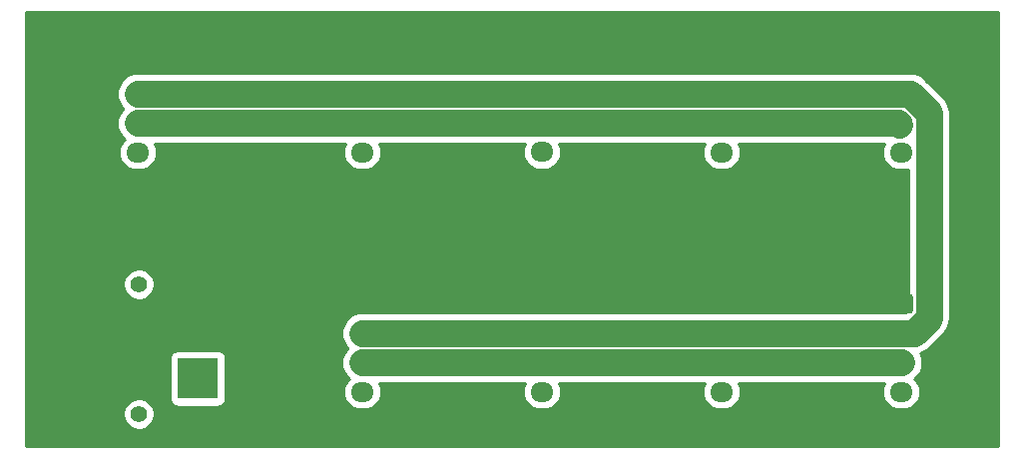
<source format=gbr>
%TF.GenerationSoftware,KiCad,Pcbnew,(5.1.9)-1*%
%TF.CreationDate,2021-07-19T11:43:35+01:00*%
%TF.ProjectId,3S-parallel-board,33532d70-6172-4616-9c6c-656c2d626f61,rev?*%
%TF.SameCoordinates,Original*%
%TF.FileFunction,Copper,L1,Top*%
%TF.FilePolarity,Positive*%
%FSLAX46Y46*%
G04 Gerber Fmt 4.6, Leading zero omitted, Abs format (unit mm)*
G04 Created by KiCad (PCBNEW (5.1.9)-1) date 2021-07-19 11:43:35*
%MOMM*%
%LPD*%
G01*
G04 APERTURE LIST*
%TA.AperFunction,ComponentPad*%
%ADD10C,3.500000*%
%TD*%
%TA.AperFunction,ComponentPad*%
%ADD11R,3.500000X3.500000*%
%TD*%
%TA.AperFunction,ComponentPad*%
%ADD12C,1.400000*%
%TD*%
%TA.AperFunction,ComponentPad*%
%ADD13O,1.950000X1.700000*%
%TD*%
%TA.AperFunction,Conductor*%
%ADD14C,2.300000*%
%TD*%
%TA.AperFunction,Conductor*%
%ADD15C,0.254000*%
%TD*%
%TA.AperFunction,Conductor*%
%ADD16C,0.100000*%
%TD*%
G04 APERTURE END LIST*
D10*
%TO.P,J9,2*%
%TO.N,VCC*%
X91440000Y-120730000D03*
D11*
%TO.P,J9,1*%
%TO.N,GND*%
X91440000Y-125730000D03*
D12*
%TO.P,J9,*%
%TO.N,*%
X86440000Y-117730000D03*
X86440000Y-128730000D03*
%TD*%
D13*
%TO.P,J10,4*%
%TO.N,GND*%
X86360000Y-106560000D03*
%TO.P,J10,3*%
%TO.N,Net-(J1-Pad3)*%
X86360000Y-104060000D03*
%TO.P,J10,2*%
%TO.N,Net-(J1-Pad2)*%
X86360000Y-101560000D03*
%TO.P,J10,1*%
%TO.N,VCC*%
%TA.AperFunction,ComponentPad*%
G36*
G01*
X85635000Y-98210000D02*
X87085000Y-98210000D01*
G75*
G02*
X87335000Y-98460000I0J-250000D01*
G01*
X87335000Y-99660000D01*
G75*
G02*
X87085000Y-99910000I-250000J0D01*
G01*
X85635000Y-99910000D01*
G75*
G02*
X85385000Y-99660000I0J250000D01*
G01*
X85385000Y-98460000D01*
G75*
G02*
X85635000Y-98210000I250000J0D01*
G01*
G37*
%TD.AperFunction*%
%TD*%
%TO.P,J8,4*%
%TO.N,GND*%
X151130000Y-126880000D03*
%TO.P,J8,3*%
%TO.N,Net-(J1-Pad3)*%
X151130000Y-124380000D03*
%TO.P,J8,2*%
%TO.N,Net-(J1-Pad2)*%
X151130000Y-121880000D03*
%TO.P,J8,1*%
%TO.N,VCC*%
%TA.AperFunction,ComponentPad*%
G36*
G01*
X150405000Y-118530000D02*
X151855000Y-118530000D01*
G75*
G02*
X152105000Y-118780000I0J-250000D01*
G01*
X152105000Y-119980000D01*
G75*
G02*
X151855000Y-120230000I-250000J0D01*
G01*
X150405000Y-120230000D01*
G75*
G02*
X150155000Y-119980000I0J250000D01*
G01*
X150155000Y-118780000D01*
G75*
G02*
X150405000Y-118530000I250000J0D01*
G01*
G37*
%TD.AperFunction*%
%TD*%
%TO.P,J7,4*%
%TO.N,GND*%
X135890000Y-126880000D03*
%TO.P,J7,3*%
%TO.N,Net-(J1-Pad3)*%
X135890000Y-124380000D03*
%TO.P,J7,2*%
%TO.N,Net-(J1-Pad2)*%
X135890000Y-121880000D03*
%TO.P,J7,1*%
%TO.N,VCC*%
%TA.AperFunction,ComponentPad*%
G36*
G01*
X135165000Y-118530000D02*
X136615000Y-118530000D01*
G75*
G02*
X136865000Y-118780000I0J-250000D01*
G01*
X136865000Y-119980000D01*
G75*
G02*
X136615000Y-120230000I-250000J0D01*
G01*
X135165000Y-120230000D01*
G75*
G02*
X134915000Y-119980000I0J250000D01*
G01*
X134915000Y-118780000D01*
G75*
G02*
X135165000Y-118530000I250000J0D01*
G01*
G37*
%TD.AperFunction*%
%TD*%
%TO.P,J6,4*%
%TO.N,GND*%
X120650000Y-126880000D03*
%TO.P,J6,3*%
%TO.N,Net-(J1-Pad3)*%
X120650000Y-124380000D03*
%TO.P,J6,2*%
%TO.N,Net-(J1-Pad2)*%
X120650000Y-121880000D03*
%TO.P,J6,1*%
%TO.N,VCC*%
%TA.AperFunction,ComponentPad*%
G36*
G01*
X119925000Y-118530000D02*
X121375000Y-118530000D01*
G75*
G02*
X121625000Y-118780000I0J-250000D01*
G01*
X121625000Y-119980000D01*
G75*
G02*
X121375000Y-120230000I-250000J0D01*
G01*
X119925000Y-120230000D01*
G75*
G02*
X119675000Y-119980000I0J250000D01*
G01*
X119675000Y-118780000D01*
G75*
G02*
X119925000Y-118530000I250000J0D01*
G01*
G37*
%TD.AperFunction*%
%TD*%
%TO.P,J5,4*%
%TO.N,GND*%
X105410000Y-126880000D03*
%TO.P,J5,3*%
%TO.N,Net-(J1-Pad3)*%
X105410000Y-124380000D03*
%TO.P,J5,2*%
%TO.N,Net-(J1-Pad2)*%
X105410000Y-121880000D03*
%TO.P,J5,1*%
%TO.N,VCC*%
%TA.AperFunction,ComponentPad*%
G36*
G01*
X104685000Y-118530000D02*
X106135000Y-118530000D01*
G75*
G02*
X106385000Y-118780000I0J-250000D01*
G01*
X106385000Y-119980000D01*
G75*
G02*
X106135000Y-120230000I-250000J0D01*
G01*
X104685000Y-120230000D01*
G75*
G02*
X104435000Y-119980000I0J250000D01*
G01*
X104435000Y-118780000D01*
G75*
G02*
X104685000Y-118530000I250000J0D01*
G01*
G37*
%TD.AperFunction*%
%TD*%
%TO.P,J4,4*%
%TO.N,GND*%
X151130000Y-106560000D03*
%TO.P,J4,3*%
%TO.N,Net-(J1-Pad3)*%
X151130000Y-104060000D03*
%TO.P,J4,2*%
%TO.N,Net-(J1-Pad2)*%
X151130000Y-101560000D03*
%TO.P,J4,1*%
%TO.N,VCC*%
%TA.AperFunction,ComponentPad*%
G36*
G01*
X150405000Y-98210000D02*
X151855000Y-98210000D01*
G75*
G02*
X152105000Y-98460000I0J-250000D01*
G01*
X152105000Y-99660000D01*
G75*
G02*
X151855000Y-99910000I-250000J0D01*
G01*
X150405000Y-99910000D01*
G75*
G02*
X150155000Y-99660000I0J250000D01*
G01*
X150155000Y-98460000D01*
G75*
G02*
X150405000Y-98210000I250000J0D01*
G01*
G37*
%TD.AperFunction*%
%TD*%
%TO.P,J3,4*%
%TO.N,GND*%
X135890000Y-106560000D03*
%TO.P,J3,3*%
%TO.N,Net-(J1-Pad3)*%
X135890000Y-104060000D03*
%TO.P,J3,2*%
%TO.N,Net-(J1-Pad2)*%
X135890000Y-101560000D03*
%TO.P,J3,1*%
%TO.N,VCC*%
%TA.AperFunction,ComponentPad*%
G36*
G01*
X135165000Y-98210000D02*
X136615000Y-98210000D01*
G75*
G02*
X136865000Y-98460000I0J-250000D01*
G01*
X136865000Y-99660000D01*
G75*
G02*
X136615000Y-99910000I-250000J0D01*
G01*
X135165000Y-99910000D01*
G75*
G02*
X134915000Y-99660000I0J250000D01*
G01*
X134915000Y-98460000D01*
G75*
G02*
X135165000Y-98210000I250000J0D01*
G01*
G37*
%TD.AperFunction*%
%TD*%
%TO.P,J2,4*%
%TO.N,GND*%
X120650000Y-106520000D03*
%TO.P,J2,3*%
%TO.N,Net-(J1-Pad3)*%
X120650000Y-104020000D03*
%TO.P,J2,2*%
%TO.N,Net-(J1-Pad2)*%
X120650000Y-101520000D03*
%TO.P,J2,1*%
%TO.N,VCC*%
%TA.AperFunction,ComponentPad*%
G36*
G01*
X119925000Y-98170000D02*
X121375000Y-98170000D01*
G75*
G02*
X121625000Y-98420000I0J-250000D01*
G01*
X121625000Y-99620000D01*
G75*
G02*
X121375000Y-99870000I-250000J0D01*
G01*
X119925000Y-99870000D01*
G75*
G02*
X119675000Y-99620000I0J250000D01*
G01*
X119675000Y-98420000D01*
G75*
G02*
X119925000Y-98170000I250000J0D01*
G01*
G37*
%TD.AperFunction*%
%TD*%
%TO.P,J1,4*%
%TO.N,GND*%
X105410000Y-106560000D03*
%TO.P,J1,3*%
%TO.N,Net-(J1-Pad3)*%
X105410000Y-104060000D03*
%TO.P,J1,2*%
%TO.N,Net-(J1-Pad2)*%
X105410000Y-101560000D03*
%TO.P,J1,1*%
%TO.N,VCC*%
%TA.AperFunction,ComponentPad*%
G36*
G01*
X104685000Y-98210000D02*
X106135000Y-98210000D01*
G75*
G02*
X106385000Y-98460000I0J-250000D01*
G01*
X106385000Y-99660000D01*
G75*
G02*
X106135000Y-99910000I-250000J0D01*
G01*
X104685000Y-99910000D01*
G75*
G02*
X104435000Y-99660000I0J250000D01*
G01*
X104435000Y-98460000D01*
G75*
G02*
X104685000Y-98210000I250000J0D01*
G01*
G37*
%TD.AperFunction*%
%TD*%
D14*
%TO.N,Net-(J1-Pad2)*%
X86360000Y-101560000D02*
X151130000Y-101560000D01*
X152217758Y-121880000D02*
X151130000Y-121880000D01*
X153455010Y-120642748D02*
X152217758Y-121880000D01*
X153455010Y-103148727D02*
X153455010Y-120642748D01*
X151866283Y-101560000D02*
X153455010Y-103148727D01*
X151130000Y-101560000D02*
X151866283Y-101560000D01*
X151130000Y-121880000D02*
X105410000Y-121880000D01*
%TO.N,Net-(J1-Pad3)*%
X150830735Y-104060000D02*
X150955000Y-104184265D01*
X86360000Y-104060000D02*
X150830735Y-104060000D01*
X151130000Y-124380000D02*
X105410000Y-124380000D01*
%TD*%
D15*
%TO.N,VCC*%
X159360001Y-131420000D02*
X76860000Y-131420000D01*
X76860000Y-128598514D01*
X85105000Y-128598514D01*
X85105000Y-128861486D01*
X85156304Y-129119405D01*
X85256939Y-129362359D01*
X85403038Y-129581013D01*
X85588987Y-129766962D01*
X85807641Y-129913061D01*
X86050595Y-130013696D01*
X86308514Y-130065000D01*
X86571486Y-130065000D01*
X86829405Y-130013696D01*
X87072359Y-129913061D01*
X87291013Y-129766962D01*
X87476962Y-129581013D01*
X87623061Y-129362359D01*
X87723696Y-129119405D01*
X87775000Y-128861486D01*
X87775000Y-128598514D01*
X87723696Y-128340595D01*
X87623061Y-128097641D01*
X87476962Y-127878987D01*
X87291013Y-127693038D01*
X87072359Y-127546939D01*
X86829405Y-127446304D01*
X86571486Y-127395000D01*
X86308514Y-127395000D01*
X86050595Y-127446304D01*
X85807641Y-127546939D01*
X85588987Y-127693038D01*
X85403038Y-127878987D01*
X85256939Y-128097641D01*
X85156304Y-128340595D01*
X85105000Y-128598514D01*
X76860000Y-128598514D01*
X76860000Y-123980000D01*
X89051928Y-123980000D01*
X89051928Y-127480000D01*
X89064188Y-127604482D01*
X89100498Y-127724180D01*
X89159463Y-127834494D01*
X89238815Y-127931185D01*
X89335506Y-128010537D01*
X89445820Y-128069502D01*
X89565518Y-128105812D01*
X89690000Y-128118072D01*
X93190000Y-128118072D01*
X93314482Y-128105812D01*
X93434180Y-128069502D01*
X93544494Y-128010537D01*
X93641185Y-127931185D01*
X93720537Y-127834494D01*
X93779502Y-127724180D01*
X93815812Y-127604482D01*
X93828072Y-127480000D01*
X93828072Y-123980000D01*
X93815812Y-123855518D01*
X93779502Y-123735820D01*
X93720537Y-123625506D01*
X93641185Y-123528815D01*
X93544494Y-123449463D01*
X93434180Y-123390498D01*
X93314482Y-123354188D01*
X93190000Y-123341928D01*
X89690000Y-123341928D01*
X89565518Y-123354188D01*
X89445820Y-123390498D01*
X89335506Y-123449463D01*
X89238815Y-123528815D01*
X89159463Y-123625506D01*
X89100498Y-123735820D01*
X89064188Y-123855518D01*
X89051928Y-123980000D01*
X76860000Y-123980000D01*
X76860000Y-117598514D01*
X85105000Y-117598514D01*
X85105000Y-117861486D01*
X85156304Y-118119405D01*
X85256939Y-118362359D01*
X85403038Y-118581013D01*
X85588987Y-118766962D01*
X85807641Y-118913061D01*
X86050595Y-119013696D01*
X86308514Y-119065000D01*
X86571486Y-119065000D01*
X86829405Y-119013696D01*
X87072359Y-118913061D01*
X87291013Y-118766962D01*
X87476962Y-118581013D01*
X87623061Y-118362359D01*
X87723696Y-118119405D01*
X87775000Y-117861486D01*
X87775000Y-117598514D01*
X87723696Y-117340595D01*
X87623061Y-117097641D01*
X87476962Y-116878987D01*
X87291013Y-116693038D01*
X87072359Y-116546939D01*
X86829405Y-116446304D01*
X86571486Y-116395000D01*
X86308514Y-116395000D01*
X86050595Y-116446304D01*
X85807641Y-116546939D01*
X85588987Y-116693038D01*
X85403038Y-116878987D01*
X85256939Y-117097641D01*
X85156304Y-117340595D01*
X85105000Y-117598514D01*
X76860000Y-117598514D01*
X76860000Y-101560000D01*
X84566364Y-101560000D01*
X84600828Y-101909921D01*
X84702896Y-102246395D01*
X84868646Y-102556491D01*
X85076696Y-102810000D01*
X84868646Y-103063509D01*
X84702896Y-103373605D01*
X84600828Y-103710079D01*
X84566364Y-104060000D01*
X84600828Y-104409921D01*
X84702896Y-104746395D01*
X84868646Y-105056491D01*
X85091708Y-105328292D01*
X85243365Y-105452754D01*
X85179866Y-105504866D01*
X84994294Y-105730986D01*
X84856401Y-105988966D01*
X84771487Y-106268889D01*
X84742815Y-106560000D01*
X84771487Y-106851111D01*
X84856401Y-107131034D01*
X84994294Y-107389014D01*
X85179866Y-107615134D01*
X85405986Y-107800706D01*
X85663966Y-107938599D01*
X85943889Y-108023513D01*
X86162050Y-108045000D01*
X86557950Y-108045000D01*
X86776111Y-108023513D01*
X87056034Y-107938599D01*
X87314014Y-107800706D01*
X87540134Y-107615134D01*
X87725706Y-107389014D01*
X87863599Y-107131034D01*
X87948513Y-106851111D01*
X87977185Y-106560000D01*
X87948513Y-106268889D01*
X87863599Y-105988966D01*
X87786648Y-105845000D01*
X103983352Y-105845000D01*
X103906401Y-105988966D01*
X103821487Y-106268889D01*
X103792815Y-106560000D01*
X103821487Y-106851111D01*
X103906401Y-107131034D01*
X104044294Y-107389014D01*
X104229866Y-107615134D01*
X104455986Y-107800706D01*
X104713966Y-107938599D01*
X104993889Y-108023513D01*
X105212050Y-108045000D01*
X105607950Y-108045000D01*
X105826111Y-108023513D01*
X106106034Y-107938599D01*
X106364014Y-107800706D01*
X106590134Y-107615134D01*
X106775706Y-107389014D01*
X106913599Y-107131034D01*
X106998513Y-106851111D01*
X107027185Y-106560000D01*
X106998513Y-106268889D01*
X106913599Y-105988966D01*
X106836648Y-105845000D01*
X119201972Y-105845000D01*
X119146401Y-105948966D01*
X119061487Y-106228889D01*
X119032815Y-106520000D01*
X119061487Y-106811111D01*
X119146401Y-107091034D01*
X119284294Y-107349014D01*
X119469866Y-107575134D01*
X119695986Y-107760706D01*
X119953966Y-107898599D01*
X120233889Y-107983513D01*
X120452050Y-108005000D01*
X120847950Y-108005000D01*
X121066111Y-107983513D01*
X121346034Y-107898599D01*
X121604014Y-107760706D01*
X121830134Y-107575134D01*
X122015706Y-107349014D01*
X122153599Y-107091034D01*
X122238513Y-106811111D01*
X122267185Y-106520000D01*
X122238513Y-106228889D01*
X122153599Y-105948966D01*
X122098028Y-105845000D01*
X134463352Y-105845000D01*
X134386401Y-105988966D01*
X134301487Y-106268889D01*
X134272815Y-106560000D01*
X134301487Y-106851111D01*
X134386401Y-107131034D01*
X134524294Y-107389014D01*
X134709866Y-107615134D01*
X134935986Y-107800706D01*
X135193966Y-107938599D01*
X135473889Y-108023513D01*
X135692050Y-108045000D01*
X136087950Y-108045000D01*
X136306111Y-108023513D01*
X136586034Y-107938599D01*
X136844014Y-107800706D01*
X137070134Y-107615134D01*
X137255706Y-107389014D01*
X137393599Y-107131034D01*
X137478513Y-106851111D01*
X137507185Y-106560000D01*
X137478513Y-106268889D01*
X137393599Y-105988966D01*
X137316648Y-105845000D01*
X149703352Y-105845000D01*
X149626401Y-105988966D01*
X149541487Y-106268889D01*
X149512815Y-106560000D01*
X149541487Y-106851111D01*
X149626401Y-107131034D01*
X149764294Y-107389014D01*
X149949866Y-107615134D01*
X150175986Y-107800706D01*
X150433966Y-107938599D01*
X150713889Y-108023513D01*
X150932050Y-108045000D01*
X151327950Y-108045000D01*
X151546111Y-108023513D01*
X151670010Y-107985928D01*
X151670011Y-119903376D01*
X151478387Y-120095000D01*
X105322317Y-120095000D01*
X105060079Y-120120828D01*
X104723605Y-120222896D01*
X104413509Y-120388646D01*
X104141708Y-120611708D01*
X103918646Y-120883509D01*
X103752896Y-121193605D01*
X103650828Y-121530079D01*
X103616364Y-121880000D01*
X103650828Y-122229921D01*
X103752896Y-122566395D01*
X103918646Y-122876491D01*
X104126696Y-123130000D01*
X103918646Y-123383509D01*
X103752896Y-123693605D01*
X103650828Y-124030079D01*
X103616364Y-124380000D01*
X103650828Y-124729921D01*
X103752896Y-125066395D01*
X103918646Y-125376491D01*
X104141708Y-125648292D01*
X104293365Y-125772754D01*
X104229866Y-125824866D01*
X104044294Y-126050986D01*
X103906401Y-126308966D01*
X103821487Y-126588889D01*
X103792815Y-126880000D01*
X103821487Y-127171111D01*
X103906401Y-127451034D01*
X104044294Y-127709014D01*
X104229866Y-127935134D01*
X104455986Y-128120706D01*
X104713966Y-128258599D01*
X104993889Y-128343513D01*
X105212050Y-128365000D01*
X105607950Y-128365000D01*
X105826111Y-128343513D01*
X106106034Y-128258599D01*
X106364014Y-128120706D01*
X106590134Y-127935134D01*
X106775706Y-127709014D01*
X106913599Y-127451034D01*
X106998513Y-127171111D01*
X107027185Y-126880000D01*
X106998513Y-126588889D01*
X106913599Y-126308966D01*
X106836648Y-126165000D01*
X119223352Y-126165000D01*
X119146401Y-126308966D01*
X119061487Y-126588889D01*
X119032815Y-126880000D01*
X119061487Y-127171111D01*
X119146401Y-127451034D01*
X119284294Y-127709014D01*
X119469866Y-127935134D01*
X119695986Y-128120706D01*
X119953966Y-128258599D01*
X120233889Y-128343513D01*
X120452050Y-128365000D01*
X120847950Y-128365000D01*
X121066111Y-128343513D01*
X121346034Y-128258599D01*
X121604014Y-128120706D01*
X121830134Y-127935134D01*
X122015706Y-127709014D01*
X122153599Y-127451034D01*
X122238513Y-127171111D01*
X122267185Y-126880000D01*
X122238513Y-126588889D01*
X122153599Y-126308966D01*
X122076648Y-126165000D01*
X134463352Y-126165000D01*
X134386401Y-126308966D01*
X134301487Y-126588889D01*
X134272815Y-126880000D01*
X134301487Y-127171111D01*
X134386401Y-127451034D01*
X134524294Y-127709014D01*
X134709866Y-127935134D01*
X134935986Y-128120706D01*
X135193966Y-128258599D01*
X135473889Y-128343513D01*
X135692050Y-128365000D01*
X136087950Y-128365000D01*
X136306111Y-128343513D01*
X136586034Y-128258599D01*
X136844014Y-128120706D01*
X137070134Y-127935134D01*
X137255706Y-127709014D01*
X137393599Y-127451034D01*
X137478513Y-127171111D01*
X137507185Y-126880000D01*
X137478513Y-126588889D01*
X137393599Y-126308966D01*
X137316648Y-126165000D01*
X149703352Y-126165000D01*
X149626401Y-126308966D01*
X149541487Y-126588889D01*
X149512815Y-126880000D01*
X149541487Y-127171111D01*
X149626401Y-127451034D01*
X149764294Y-127709014D01*
X149949866Y-127935134D01*
X150175986Y-128120706D01*
X150433966Y-128258599D01*
X150713889Y-128343513D01*
X150932050Y-128365000D01*
X151327950Y-128365000D01*
X151546111Y-128343513D01*
X151826034Y-128258599D01*
X152084014Y-128120706D01*
X152310134Y-127935134D01*
X152495706Y-127709014D01*
X152633599Y-127451034D01*
X152718513Y-127171111D01*
X152747185Y-126880000D01*
X152718513Y-126588889D01*
X152633599Y-126308966D01*
X152495706Y-126050986D01*
X152310134Y-125824866D01*
X152246635Y-125772754D01*
X152398292Y-125648292D01*
X152621354Y-125376491D01*
X152787104Y-125066395D01*
X152889172Y-124729921D01*
X152923636Y-124380000D01*
X152889172Y-124030079D01*
X152787104Y-123693605D01*
X152731454Y-123589492D01*
X152904153Y-123537104D01*
X153214249Y-123371354D01*
X153486050Y-123148292D01*
X153541949Y-123080180D01*
X154655199Y-121966931D01*
X154723302Y-121911040D01*
X154779192Y-121842938D01*
X154779197Y-121842933D01*
X154946364Y-121639239D01*
X155112114Y-121329143D01*
X155214182Y-120992669D01*
X155248646Y-120642748D01*
X155240010Y-120555065D01*
X155240010Y-103236399D01*
X155248645Y-103148726D01*
X155240010Y-103061053D01*
X155240010Y-103061044D01*
X155214182Y-102798806D01*
X155112114Y-102462332D01*
X154946364Y-102152236D01*
X154723302Y-101880435D01*
X154655195Y-101824541D01*
X153190474Y-100359821D01*
X153134575Y-100291708D01*
X152862774Y-100068646D01*
X152552678Y-99902896D01*
X152216204Y-99800828D01*
X151953966Y-99775000D01*
X151953958Y-99775000D01*
X151866283Y-99766365D01*
X151778608Y-99775000D01*
X86272317Y-99775000D01*
X86010079Y-99800828D01*
X85673605Y-99902896D01*
X85363509Y-100068646D01*
X85091708Y-100291708D01*
X84868646Y-100563509D01*
X84702896Y-100873605D01*
X84600828Y-101210079D01*
X84566364Y-101560000D01*
X76860000Y-101560000D01*
X76860000Y-94640000D01*
X159360000Y-94640000D01*
X159360001Y-131420000D01*
%TA.AperFunction,Conductor*%
D16*
G36*
X159360001Y-131420000D02*
G01*
X76860000Y-131420000D01*
X76860000Y-128598514D01*
X85105000Y-128598514D01*
X85105000Y-128861486D01*
X85156304Y-129119405D01*
X85256939Y-129362359D01*
X85403038Y-129581013D01*
X85588987Y-129766962D01*
X85807641Y-129913061D01*
X86050595Y-130013696D01*
X86308514Y-130065000D01*
X86571486Y-130065000D01*
X86829405Y-130013696D01*
X87072359Y-129913061D01*
X87291013Y-129766962D01*
X87476962Y-129581013D01*
X87623061Y-129362359D01*
X87723696Y-129119405D01*
X87775000Y-128861486D01*
X87775000Y-128598514D01*
X87723696Y-128340595D01*
X87623061Y-128097641D01*
X87476962Y-127878987D01*
X87291013Y-127693038D01*
X87072359Y-127546939D01*
X86829405Y-127446304D01*
X86571486Y-127395000D01*
X86308514Y-127395000D01*
X86050595Y-127446304D01*
X85807641Y-127546939D01*
X85588987Y-127693038D01*
X85403038Y-127878987D01*
X85256939Y-128097641D01*
X85156304Y-128340595D01*
X85105000Y-128598514D01*
X76860000Y-128598514D01*
X76860000Y-123980000D01*
X89051928Y-123980000D01*
X89051928Y-127480000D01*
X89064188Y-127604482D01*
X89100498Y-127724180D01*
X89159463Y-127834494D01*
X89238815Y-127931185D01*
X89335506Y-128010537D01*
X89445820Y-128069502D01*
X89565518Y-128105812D01*
X89690000Y-128118072D01*
X93190000Y-128118072D01*
X93314482Y-128105812D01*
X93434180Y-128069502D01*
X93544494Y-128010537D01*
X93641185Y-127931185D01*
X93720537Y-127834494D01*
X93779502Y-127724180D01*
X93815812Y-127604482D01*
X93828072Y-127480000D01*
X93828072Y-123980000D01*
X93815812Y-123855518D01*
X93779502Y-123735820D01*
X93720537Y-123625506D01*
X93641185Y-123528815D01*
X93544494Y-123449463D01*
X93434180Y-123390498D01*
X93314482Y-123354188D01*
X93190000Y-123341928D01*
X89690000Y-123341928D01*
X89565518Y-123354188D01*
X89445820Y-123390498D01*
X89335506Y-123449463D01*
X89238815Y-123528815D01*
X89159463Y-123625506D01*
X89100498Y-123735820D01*
X89064188Y-123855518D01*
X89051928Y-123980000D01*
X76860000Y-123980000D01*
X76860000Y-117598514D01*
X85105000Y-117598514D01*
X85105000Y-117861486D01*
X85156304Y-118119405D01*
X85256939Y-118362359D01*
X85403038Y-118581013D01*
X85588987Y-118766962D01*
X85807641Y-118913061D01*
X86050595Y-119013696D01*
X86308514Y-119065000D01*
X86571486Y-119065000D01*
X86829405Y-119013696D01*
X87072359Y-118913061D01*
X87291013Y-118766962D01*
X87476962Y-118581013D01*
X87623061Y-118362359D01*
X87723696Y-118119405D01*
X87775000Y-117861486D01*
X87775000Y-117598514D01*
X87723696Y-117340595D01*
X87623061Y-117097641D01*
X87476962Y-116878987D01*
X87291013Y-116693038D01*
X87072359Y-116546939D01*
X86829405Y-116446304D01*
X86571486Y-116395000D01*
X86308514Y-116395000D01*
X86050595Y-116446304D01*
X85807641Y-116546939D01*
X85588987Y-116693038D01*
X85403038Y-116878987D01*
X85256939Y-117097641D01*
X85156304Y-117340595D01*
X85105000Y-117598514D01*
X76860000Y-117598514D01*
X76860000Y-101560000D01*
X84566364Y-101560000D01*
X84600828Y-101909921D01*
X84702896Y-102246395D01*
X84868646Y-102556491D01*
X85076696Y-102810000D01*
X84868646Y-103063509D01*
X84702896Y-103373605D01*
X84600828Y-103710079D01*
X84566364Y-104060000D01*
X84600828Y-104409921D01*
X84702896Y-104746395D01*
X84868646Y-105056491D01*
X85091708Y-105328292D01*
X85243365Y-105452754D01*
X85179866Y-105504866D01*
X84994294Y-105730986D01*
X84856401Y-105988966D01*
X84771487Y-106268889D01*
X84742815Y-106560000D01*
X84771487Y-106851111D01*
X84856401Y-107131034D01*
X84994294Y-107389014D01*
X85179866Y-107615134D01*
X85405986Y-107800706D01*
X85663966Y-107938599D01*
X85943889Y-108023513D01*
X86162050Y-108045000D01*
X86557950Y-108045000D01*
X86776111Y-108023513D01*
X87056034Y-107938599D01*
X87314014Y-107800706D01*
X87540134Y-107615134D01*
X87725706Y-107389014D01*
X87863599Y-107131034D01*
X87948513Y-106851111D01*
X87977185Y-106560000D01*
X87948513Y-106268889D01*
X87863599Y-105988966D01*
X87786648Y-105845000D01*
X103983352Y-105845000D01*
X103906401Y-105988966D01*
X103821487Y-106268889D01*
X103792815Y-106560000D01*
X103821487Y-106851111D01*
X103906401Y-107131034D01*
X104044294Y-107389014D01*
X104229866Y-107615134D01*
X104455986Y-107800706D01*
X104713966Y-107938599D01*
X104993889Y-108023513D01*
X105212050Y-108045000D01*
X105607950Y-108045000D01*
X105826111Y-108023513D01*
X106106034Y-107938599D01*
X106364014Y-107800706D01*
X106590134Y-107615134D01*
X106775706Y-107389014D01*
X106913599Y-107131034D01*
X106998513Y-106851111D01*
X107027185Y-106560000D01*
X106998513Y-106268889D01*
X106913599Y-105988966D01*
X106836648Y-105845000D01*
X119201972Y-105845000D01*
X119146401Y-105948966D01*
X119061487Y-106228889D01*
X119032815Y-106520000D01*
X119061487Y-106811111D01*
X119146401Y-107091034D01*
X119284294Y-107349014D01*
X119469866Y-107575134D01*
X119695986Y-107760706D01*
X119953966Y-107898599D01*
X120233889Y-107983513D01*
X120452050Y-108005000D01*
X120847950Y-108005000D01*
X121066111Y-107983513D01*
X121346034Y-107898599D01*
X121604014Y-107760706D01*
X121830134Y-107575134D01*
X122015706Y-107349014D01*
X122153599Y-107091034D01*
X122238513Y-106811111D01*
X122267185Y-106520000D01*
X122238513Y-106228889D01*
X122153599Y-105948966D01*
X122098028Y-105845000D01*
X134463352Y-105845000D01*
X134386401Y-105988966D01*
X134301487Y-106268889D01*
X134272815Y-106560000D01*
X134301487Y-106851111D01*
X134386401Y-107131034D01*
X134524294Y-107389014D01*
X134709866Y-107615134D01*
X134935986Y-107800706D01*
X135193966Y-107938599D01*
X135473889Y-108023513D01*
X135692050Y-108045000D01*
X136087950Y-108045000D01*
X136306111Y-108023513D01*
X136586034Y-107938599D01*
X136844014Y-107800706D01*
X137070134Y-107615134D01*
X137255706Y-107389014D01*
X137393599Y-107131034D01*
X137478513Y-106851111D01*
X137507185Y-106560000D01*
X137478513Y-106268889D01*
X137393599Y-105988966D01*
X137316648Y-105845000D01*
X149703352Y-105845000D01*
X149626401Y-105988966D01*
X149541487Y-106268889D01*
X149512815Y-106560000D01*
X149541487Y-106851111D01*
X149626401Y-107131034D01*
X149764294Y-107389014D01*
X149949866Y-107615134D01*
X150175986Y-107800706D01*
X150433966Y-107938599D01*
X150713889Y-108023513D01*
X150932050Y-108045000D01*
X151327950Y-108045000D01*
X151546111Y-108023513D01*
X151670010Y-107985928D01*
X151670011Y-119903376D01*
X151478387Y-120095000D01*
X105322317Y-120095000D01*
X105060079Y-120120828D01*
X104723605Y-120222896D01*
X104413509Y-120388646D01*
X104141708Y-120611708D01*
X103918646Y-120883509D01*
X103752896Y-121193605D01*
X103650828Y-121530079D01*
X103616364Y-121880000D01*
X103650828Y-122229921D01*
X103752896Y-122566395D01*
X103918646Y-122876491D01*
X104126696Y-123130000D01*
X103918646Y-123383509D01*
X103752896Y-123693605D01*
X103650828Y-124030079D01*
X103616364Y-124380000D01*
X103650828Y-124729921D01*
X103752896Y-125066395D01*
X103918646Y-125376491D01*
X104141708Y-125648292D01*
X104293365Y-125772754D01*
X104229866Y-125824866D01*
X104044294Y-126050986D01*
X103906401Y-126308966D01*
X103821487Y-126588889D01*
X103792815Y-126880000D01*
X103821487Y-127171111D01*
X103906401Y-127451034D01*
X104044294Y-127709014D01*
X104229866Y-127935134D01*
X104455986Y-128120706D01*
X104713966Y-128258599D01*
X104993889Y-128343513D01*
X105212050Y-128365000D01*
X105607950Y-128365000D01*
X105826111Y-128343513D01*
X106106034Y-128258599D01*
X106364014Y-128120706D01*
X106590134Y-127935134D01*
X106775706Y-127709014D01*
X106913599Y-127451034D01*
X106998513Y-127171111D01*
X107027185Y-126880000D01*
X106998513Y-126588889D01*
X106913599Y-126308966D01*
X106836648Y-126165000D01*
X119223352Y-126165000D01*
X119146401Y-126308966D01*
X119061487Y-126588889D01*
X119032815Y-126880000D01*
X119061487Y-127171111D01*
X119146401Y-127451034D01*
X119284294Y-127709014D01*
X119469866Y-127935134D01*
X119695986Y-128120706D01*
X119953966Y-128258599D01*
X120233889Y-128343513D01*
X120452050Y-128365000D01*
X120847950Y-128365000D01*
X121066111Y-128343513D01*
X121346034Y-128258599D01*
X121604014Y-128120706D01*
X121830134Y-127935134D01*
X122015706Y-127709014D01*
X122153599Y-127451034D01*
X122238513Y-127171111D01*
X122267185Y-126880000D01*
X122238513Y-126588889D01*
X122153599Y-126308966D01*
X122076648Y-126165000D01*
X134463352Y-126165000D01*
X134386401Y-126308966D01*
X134301487Y-126588889D01*
X134272815Y-126880000D01*
X134301487Y-127171111D01*
X134386401Y-127451034D01*
X134524294Y-127709014D01*
X134709866Y-127935134D01*
X134935986Y-128120706D01*
X135193966Y-128258599D01*
X135473889Y-128343513D01*
X135692050Y-128365000D01*
X136087950Y-128365000D01*
X136306111Y-128343513D01*
X136586034Y-128258599D01*
X136844014Y-128120706D01*
X137070134Y-127935134D01*
X137255706Y-127709014D01*
X137393599Y-127451034D01*
X137478513Y-127171111D01*
X137507185Y-126880000D01*
X137478513Y-126588889D01*
X137393599Y-126308966D01*
X137316648Y-126165000D01*
X149703352Y-126165000D01*
X149626401Y-126308966D01*
X149541487Y-126588889D01*
X149512815Y-126880000D01*
X149541487Y-127171111D01*
X149626401Y-127451034D01*
X149764294Y-127709014D01*
X149949866Y-127935134D01*
X150175986Y-128120706D01*
X150433966Y-128258599D01*
X150713889Y-128343513D01*
X150932050Y-128365000D01*
X151327950Y-128365000D01*
X151546111Y-128343513D01*
X151826034Y-128258599D01*
X152084014Y-128120706D01*
X152310134Y-127935134D01*
X152495706Y-127709014D01*
X152633599Y-127451034D01*
X152718513Y-127171111D01*
X152747185Y-126880000D01*
X152718513Y-126588889D01*
X152633599Y-126308966D01*
X152495706Y-126050986D01*
X152310134Y-125824866D01*
X152246635Y-125772754D01*
X152398292Y-125648292D01*
X152621354Y-125376491D01*
X152787104Y-125066395D01*
X152889172Y-124729921D01*
X152923636Y-124380000D01*
X152889172Y-124030079D01*
X152787104Y-123693605D01*
X152731454Y-123589492D01*
X152904153Y-123537104D01*
X153214249Y-123371354D01*
X153486050Y-123148292D01*
X153541949Y-123080180D01*
X154655199Y-121966931D01*
X154723302Y-121911040D01*
X154779192Y-121842938D01*
X154779197Y-121842933D01*
X154946364Y-121639239D01*
X155112114Y-121329143D01*
X155214182Y-120992669D01*
X155248646Y-120642748D01*
X155240010Y-120555065D01*
X155240010Y-103236399D01*
X155248645Y-103148726D01*
X155240010Y-103061053D01*
X155240010Y-103061044D01*
X155214182Y-102798806D01*
X155112114Y-102462332D01*
X154946364Y-102152236D01*
X154723302Y-101880435D01*
X154655195Y-101824541D01*
X153190474Y-100359821D01*
X153134575Y-100291708D01*
X152862774Y-100068646D01*
X152552678Y-99902896D01*
X152216204Y-99800828D01*
X151953966Y-99775000D01*
X151953958Y-99775000D01*
X151866283Y-99766365D01*
X151778608Y-99775000D01*
X86272317Y-99775000D01*
X86010079Y-99800828D01*
X85673605Y-99902896D01*
X85363509Y-100068646D01*
X85091708Y-100291708D01*
X84868646Y-100563509D01*
X84702896Y-100873605D01*
X84600828Y-101210079D01*
X84566364Y-101560000D01*
X76860000Y-101560000D01*
X76860000Y-94640000D01*
X159360000Y-94640000D01*
X159360001Y-131420000D01*
G37*
%TD.AperFunction*%
%TD*%
M02*

</source>
